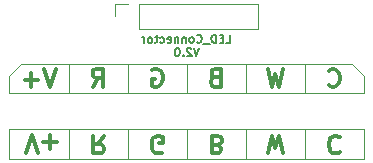
<source format=gbr>
%TF.GenerationSoftware,KiCad,Pcbnew,8.0.5*%
%TF.CreationDate,2024-11-11T23:16:50+01:00*%
%TF.ProjectId,ledConnector,6c656443-6f6e-46e6-9563-746f722e6b69,rev?*%
%TF.SameCoordinates,Original*%
%TF.FileFunction,Legend,Bot*%
%TF.FilePolarity,Positive*%
%FSLAX46Y46*%
G04 Gerber Fmt 4.6, Leading zero omitted, Abs format (unit mm)*
G04 Created by KiCad (PCBNEW 8.0.5) date 2024-11-11 23:16:50*
%MOMM*%
%LPD*%
G01*
G04 APERTURE LIST*
%ADD10C,0.100000*%
%ADD11C,0.300000*%
%ADD12C,0.150000*%
%ADD13C,0.120000*%
G04 APERTURE END LIST*
D10*
X138500000Y-113024000D02*
X138500000Y-110524000D01*
X134500000Y-105000000D02*
X162500000Y-105000000D01*
X133500000Y-110524000D02*
X133500000Y-113024000D01*
X148500000Y-105000000D02*
X148500000Y-107500000D01*
X143500000Y-105000000D02*
X143500000Y-107500000D01*
X143500000Y-113024000D02*
X143500000Y-110524000D01*
X138500000Y-105000000D02*
X138500000Y-107500000D01*
X163500000Y-107500000D02*
X163500000Y-106000000D01*
X148500000Y-113024000D02*
X148500000Y-110524000D01*
X163500000Y-113024000D02*
X133500000Y-113024000D01*
X133500000Y-107500000D02*
X133500000Y-106000000D01*
X133500000Y-106000000D02*
X134500000Y-105000000D01*
X158500000Y-105000000D02*
X158500000Y-107500000D01*
X153500000Y-105000000D02*
X153500000Y-107500000D01*
X162500000Y-105000000D02*
X163500000Y-106000000D01*
X133500000Y-107500000D02*
X163500000Y-107500000D01*
X158500000Y-113024000D02*
X158500000Y-110524000D01*
X153500000Y-113024000D02*
X153500000Y-110524000D01*
X163500000Y-110524000D02*
X133500000Y-110524000D01*
X163500000Y-110524000D02*
X163500000Y-113024000D01*
D11*
X160535714Y-106805471D02*
X160607142Y-106876900D01*
X160607142Y-106876900D02*
X160821428Y-106948328D01*
X160821428Y-106948328D02*
X160964285Y-106948328D01*
X160964285Y-106948328D02*
X161178571Y-106876900D01*
X161178571Y-106876900D02*
X161321428Y-106734042D01*
X161321428Y-106734042D02*
X161392857Y-106591185D01*
X161392857Y-106591185D02*
X161464285Y-106305471D01*
X161464285Y-106305471D02*
X161464285Y-106091185D01*
X161464285Y-106091185D02*
X161392857Y-105805471D01*
X161392857Y-105805471D02*
X161321428Y-105662614D01*
X161321428Y-105662614D02*
X161178571Y-105519757D01*
X161178571Y-105519757D02*
X160964285Y-105448328D01*
X160964285Y-105448328D02*
X160821428Y-105448328D01*
X160821428Y-105448328D02*
X160607142Y-105519757D01*
X160607142Y-105519757D02*
X160535714Y-105591185D01*
X151107142Y-111881385D02*
X151321428Y-111809957D01*
X151321428Y-111809957D02*
X151392857Y-111738528D01*
X151392857Y-111738528D02*
X151464285Y-111595671D01*
X151464285Y-111595671D02*
X151464285Y-111381385D01*
X151464285Y-111381385D02*
X151392857Y-111238528D01*
X151392857Y-111238528D02*
X151321428Y-111167100D01*
X151321428Y-111167100D02*
X151178571Y-111095671D01*
X151178571Y-111095671D02*
X150607142Y-111095671D01*
X150607142Y-111095671D02*
X150607142Y-112595671D01*
X150607142Y-112595671D02*
X151107142Y-112595671D01*
X151107142Y-112595671D02*
X151250000Y-112524242D01*
X151250000Y-112524242D02*
X151321428Y-112452814D01*
X151321428Y-112452814D02*
X151392857Y-112309957D01*
X151392857Y-112309957D02*
X151392857Y-112167100D01*
X151392857Y-112167100D02*
X151321428Y-112024242D01*
X151321428Y-112024242D02*
X151250000Y-111952814D01*
X151250000Y-111952814D02*
X151107142Y-111881385D01*
X151107142Y-111881385D02*
X150607142Y-111881385D01*
X150892857Y-106142614D02*
X150678571Y-106214042D01*
X150678571Y-106214042D02*
X150607142Y-106285471D01*
X150607142Y-106285471D02*
X150535714Y-106428328D01*
X150535714Y-106428328D02*
X150535714Y-106642614D01*
X150535714Y-106642614D02*
X150607142Y-106785471D01*
X150607142Y-106785471D02*
X150678571Y-106856900D01*
X150678571Y-106856900D02*
X150821428Y-106928328D01*
X150821428Y-106928328D02*
X151392857Y-106928328D01*
X151392857Y-106928328D02*
X151392857Y-105428328D01*
X151392857Y-105428328D02*
X150892857Y-105428328D01*
X150892857Y-105428328D02*
X150750000Y-105499757D01*
X150750000Y-105499757D02*
X150678571Y-105571185D01*
X150678571Y-105571185D02*
X150607142Y-105714042D01*
X150607142Y-105714042D02*
X150607142Y-105856900D01*
X150607142Y-105856900D02*
X150678571Y-105999757D01*
X150678571Y-105999757D02*
X150750000Y-106071185D01*
X150750000Y-106071185D02*
X150892857Y-106142614D01*
X150892857Y-106142614D02*
X151392857Y-106142614D01*
X155357142Y-112595671D02*
X155714285Y-111095671D01*
X155714285Y-111095671D02*
X155999999Y-112167100D01*
X155999999Y-112167100D02*
X156285714Y-111095671D01*
X156285714Y-111095671D02*
X156642857Y-112595671D01*
X145607142Y-105499757D02*
X145750000Y-105428328D01*
X145750000Y-105428328D02*
X145964285Y-105428328D01*
X145964285Y-105428328D02*
X146178571Y-105499757D01*
X146178571Y-105499757D02*
X146321428Y-105642614D01*
X146321428Y-105642614D02*
X146392857Y-105785471D01*
X146392857Y-105785471D02*
X146464285Y-106071185D01*
X146464285Y-106071185D02*
X146464285Y-106285471D01*
X146464285Y-106285471D02*
X146392857Y-106571185D01*
X146392857Y-106571185D02*
X146321428Y-106714042D01*
X146321428Y-106714042D02*
X146178571Y-106856900D01*
X146178571Y-106856900D02*
X145964285Y-106928328D01*
X145964285Y-106928328D02*
X145821428Y-106928328D01*
X145821428Y-106928328D02*
X145607142Y-106856900D01*
X145607142Y-106856900D02*
X145535714Y-106785471D01*
X145535714Y-106785471D02*
X145535714Y-106285471D01*
X145535714Y-106285471D02*
X145821428Y-106285471D01*
D12*
X151849999Y-103228553D02*
X152183332Y-103228553D01*
X152183332Y-103228553D02*
X152183332Y-102528553D01*
X151616665Y-102861886D02*
X151383332Y-102861886D01*
X151283332Y-103228553D02*
X151616665Y-103228553D01*
X151616665Y-103228553D02*
X151616665Y-102528553D01*
X151616665Y-102528553D02*
X151283332Y-102528553D01*
X150983332Y-103228553D02*
X150983332Y-102528553D01*
X150983332Y-102528553D02*
X150816665Y-102528553D01*
X150816665Y-102528553D02*
X150716665Y-102561886D01*
X150716665Y-102561886D02*
X150649999Y-102628553D01*
X150649999Y-102628553D02*
X150616665Y-102695220D01*
X150616665Y-102695220D02*
X150583332Y-102828553D01*
X150583332Y-102828553D02*
X150583332Y-102928553D01*
X150583332Y-102928553D02*
X150616665Y-103061886D01*
X150616665Y-103061886D02*
X150649999Y-103128553D01*
X150649999Y-103128553D02*
X150716665Y-103195220D01*
X150716665Y-103195220D02*
X150816665Y-103228553D01*
X150816665Y-103228553D02*
X150983332Y-103228553D01*
X150449999Y-103295220D02*
X149916665Y-103295220D01*
X149349999Y-103161886D02*
X149383332Y-103195220D01*
X149383332Y-103195220D02*
X149483332Y-103228553D01*
X149483332Y-103228553D02*
X149549999Y-103228553D01*
X149549999Y-103228553D02*
X149649999Y-103195220D01*
X149649999Y-103195220D02*
X149716666Y-103128553D01*
X149716666Y-103128553D02*
X149749999Y-103061886D01*
X149749999Y-103061886D02*
X149783332Y-102928553D01*
X149783332Y-102928553D02*
X149783332Y-102828553D01*
X149783332Y-102828553D02*
X149749999Y-102695220D01*
X149749999Y-102695220D02*
X149716666Y-102628553D01*
X149716666Y-102628553D02*
X149649999Y-102561886D01*
X149649999Y-102561886D02*
X149549999Y-102528553D01*
X149549999Y-102528553D02*
X149483332Y-102528553D01*
X149483332Y-102528553D02*
X149383332Y-102561886D01*
X149383332Y-102561886D02*
X149349999Y-102595220D01*
X148949999Y-103228553D02*
X149016666Y-103195220D01*
X149016666Y-103195220D02*
X149049999Y-103161886D01*
X149049999Y-103161886D02*
X149083332Y-103095220D01*
X149083332Y-103095220D02*
X149083332Y-102895220D01*
X149083332Y-102895220D02*
X149049999Y-102828553D01*
X149049999Y-102828553D02*
X149016666Y-102795220D01*
X149016666Y-102795220D02*
X148949999Y-102761886D01*
X148949999Y-102761886D02*
X148849999Y-102761886D01*
X148849999Y-102761886D02*
X148783332Y-102795220D01*
X148783332Y-102795220D02*
X148749999Y-102828553D01*
X148749999Y-102828553D02*
X148716666Y-102895220D01*
X148716666Y-102895220D02*
X148716666Y-103095220D01*
X148716666Y-103095220D02*
X148749999Y-103161886D01*
X148749999Y-103161886D02*
X148783332Y-103195220D01*
X148783332Y-103195220D02*
X148849999Y-103228553D01*
X148849999Y-103228553D02*
X148949999Y-103228553D01*
X148416666Y-102761886D02*
X148416666Y-103228553D01*
X148416666Y-102828553D02*
X148383333Y-102795220D01*
X148383333Y-102795220D02*
X148316666Y-102761886D01*
X148316666Y-102761886D02*
X148216666Y-102761886D01*
X148216666Y-102761886D02*
X148149999Y-102795220D01*
X148149999Y-102795220D02*
X148116666Y-102861886D01*
X148116666Y-102861886D02*
X148116666Y-103228553D01*
X147783333Y-102761886D02*
X147783333Y-103228553D01*
X147783333Y-102828553D02*
X147750000Y-102795220D01*
X147750000Y-102795220D02*
X147683333Y-102761886D01*
X147683333Y-102761886D02*
X147583333Y-102761886D01*
X147583333Y-102761886D02*
X147516666Y-102795220D01*
X147516666Y-102795220D02*
X147483333Y-102861886D01*
X147483333Y-102861886D02*
X147483333Y-103228553D01*
X146883333Y-103195220D02*
X146950000Y-103228553D01*
X146950000Y-103228553D02*
X147083333Y-103228553D01*
X147083333Y-103228553D02*
X147150000Y-103195220D01*
X147150000Y-103195220D02*
X147183333Y-103128553D01*
X147183333Y-103128553D02*
X147183333Y-102861886D01*
X147183333Y-102861886D02*
X147150000Y-102795220D01*
X147150000Y-102795220D02*
X147083333Y-102761886D01*
X147083333Y-102761886D02*
X146950000Y-102761886D01*
X146950000Y-102761886D02*
X146883333Y-102795220D01*
X146883333Y-102795220D02*
X146850000Y-102861886D01*
X146850000Y-102861886D02*
X146850000Y-102928553D01*
X146850000Y-102928553D02*
X147183333Y-102995220D01*
X146250000Y-103195220D02*
X146316667Y-103228553D01*
X146316667Y-103228553D02*
X146450000Y-103228553D01*
X146450000Y-103228553D02*
X146516667Y-103195220D01*
X146516667Y-103195220D02*
X146550000Y-103161886D01*
X146550000Y-103161886D02*
X146583333Y-103095220D01*
X146583333Y-103095220D02*
X146583333Y-102895220D01*
X146583333Y-102895220D02*
X146550000Y-102828553D01*
X146550000Y-102828553D02*
X146516667Y-102795220D01*
X146516667Y-102795220D02*
X146450000Y-102761886D01*
X146450000Y-102761886D02*
X146316667Y-102761886D01*
X146316667Y-102761886D02*
X146250000Y-102795220D01*
X146050000Y-102761886D02*
X145783333Y-102761886D01*
X145950000Y-102528553D02*
X145950000Y-103128553D01*
X145950000Y-103128553D02*
X145916667Y-103195220D01*
X145916667Y-103195220D02*
X145850000Y-103228553D01*
X145850000Y-103228553D02*
X145783333Y-103228553D01*
X145450000Y-103228553D02*
X145516667Y-103195220D01*
X145516667Y-103195220D02*
X145550000Y-103161886D01*
X145550000Y-103161886D02*
X145583333Y-103095220D01*
X145583333Y-103095220D02*
X145583333Y-102895220D01*
X145583333Y-102895220D02*
X145550000Y-102828553D01*
X145550000Y-102828553D02*
X145516667Y-102795220D01*
X145516667Y-102795220D02*
X145450000Y-102761886D01*
X145450000Y-102761886D02*
X145350000Y-102761886D01*
X145350000Y-102761886D02*
X145283333Y-102795220D01*
X145283333Y-102795220D02*
X145250000Y-102828553D01*
X145250000Y-102828553D02*
X145216667Y-102895220D01*
X145216667Y-102895220D02*
X145216667Y-103095220D01*
X145216667Y-103095220D02*
X145250000Y-103161886D01*
X145250000Y-103161886D02*
X145283333Y-103195220D01*
X145283333Y-103195220D02*
X145350000Y-103228553D01*
X145350000Y-103228553D02*
X145450000Y-103228553D01*
X144916667Y-103228553D02*
X144916667Y-102761886D01*
X144916667Y-102895220D02*
X144883334Y-102828553D01*
X144883334Y-102828553D02*
X144850000Y-102795220D01*
X144850000Y-102795220D02*
X144783334Y-102761886D01*
X144783334Y-102761886D02*
X144716667Y-102761886D01*
X149566666Y-103655514D02*
X149333333Y-104355514D01*
X149333333Y-104355514D02*
X149099999Y-103655514D01*
X148899999Y-103722181D02*
X148866666Y-103688847D01*
X148866666Y-103688847D02*
X148799999Y-103655514D01*
X148799999Y-103655514D02*
X148633333Y-103655514D01*
X148633333Y-103655514D02*
X148566666Y-103688847D01*
X148566666Y-103688847D02*
X148533333Y-103722181D01*
X148533333Y-103722181D02*
X148499999Y-103788847D01*
X148499999Y-103788847D02*
X148499999Y-103855514D01*
X148499999Y-103855514D02*
X148533333Y-103955514D01*
X148533333Y-103955514D02*
X148933333Y-104355514D01*
X148933333Y-104355514D02*
X148499999Y-104355514D01*
X148199999Y-104288847D02*
X148166666Y-104322181D01*
X148166666Y-104322181D02*
X148199999Y-104355514D01*
X148199999Y-104355514D02*
X148233332Y-104322181D01*
X148233332Y-104322181D02*
X148199999Y-104288847D01*
X148199999Y-104288847D02*
X148199999Y-104355514D01*
X147733333Y-103655514D02*
X147666666Y-103655514D01*
X147666666Y-103655514D02*
X147599999Y-103688847D01*
X147599999Y-103688847D02*
X147566666Y-103722181D01*
X147566666Y-103722181D02*
X147533333Y-103788847D01*
X147533333Y-103788847D02*
X147499999Y-103922181D01*
X147499999Y-103922181D02*
X147499999Y-104088847D01*
X147499999Y-104088847D02*
X147533333Y-104222181D01*
X147533333Y-104222181D02*
X147566666Y-104288847D01*
X147566666Y-104288847D02*
X147599999Y-104322181D01*
X147599999Y-104322181D02*
X147666666Y-104355514D01*
X147666666Y-104355514D02*
X147733333Y-104355514D01*
X147733333Y-104355514D02*
X147799999Y-104322181D01*
X147799999Y-104322181D02*
X147833333Y-104288847D01*
X147833333Y-104288847D02*
X147866666Y-104222181D01*
X147866666Y-104222181D02*
X147899999Y-104088847D01*
X147899999Y-104088847D02*
X147899999Y-103922181D01*
X147899999Y-103922181D02*
X147866666Y-103788847D01*
X147866666Y-103788847D02*
X147833333Y-103722181D01*
X147833333Y-103722181D02*
X147799999Y-103688847D01*
X147799999Y-103688847D02*
X147733333Y-103655514D01*
D11*
X146392857Y-112524242D02*
X146250000Y-112595671D01*
X146250000Y-112595671D02*
X146035714Y-112595671D01*
X146035714Y-112595671D02*
X145821428Y-112524242D01*
X145821428Y-112524242D02*
X145678571Y-112381385D01*
X145678571Y-112381385D02*
X145607142Y-112238528D01*
X145607142Y-112238528D02*
X145535714Y-111952814D01*
X145535714Y-111952814D02*
X145535714Y-111738528D01*
X145535714Y-111738528D02*
X145607142Y-111452814D01*
X145607142Y-111452814D02*
X145678571Y-111309957D01*
X145678571Y-111309957D02*
X145821428Y-111167100D01*
X145821428Y-111167100D02*
X146035714Y-111095671D01*
X146035714Y-111095671D02*
X146178571Y-111095671D01*
X146178571Y-111095671D02*
X146392857Y-111167100D01*
X146392857Y-111167100D02*
X146464285Y-111238528D01*
X146464285Y-111238528D02*
X146464285Y-111738528D01*
X146464285Y-111738528D02*
X146178571Y-111738528D01*
X137428570Y-105428328D02*
X136928570Y-106928328D01*
X136928570Y-106928328D02*
X136428570Y-105428328D01*
X135928571Y-106356900D02*
X134785714Y-106356900D01*
X135357142Y-106928328D02*
X135357142Y-105785471D01*
X161464285Y-111238528D02*
X161392857Y-111167100D01*
X161392857Y-111167100D02*
X161178571Y-111095671D01*
X161178571Y-111095671D02*
X161035714Y-111095671D01*
X161035714Y-111095671D02*
X160821428Y-111167100D01*
X160821428Y-111167100D02*
X160678571Y-111309957D01*
X160678571Y-111309957D02*
X160607142Y-111452814D01*
X160607142Y-111452814D02*
X160535714Y-111738528D01*
X160535714Y-111738528D02*
X160535714Y-111952814D01*
X160535714Y-111952814D02*
X160607142Y-112238528D01*
X160607142Y-112238528D02*
X160678571Y-112381385D01*
X160678571Y-112381385D02*
X160821428Y-112524242D01*
X160821428Y-112524242D02*
X161035714Y-112595671D01*
X161035714Y-112595671D02*
X161178571Y-112595671D01*
X161178571Y-112595671D02*
X161392857Y-112524242D01*
X161392857Y-112524242D02*
X161464285Y-112452814D01*
X140535714Y-106928328D02*
X141035714Y-106214042D01*
X141392857Y-106928328D02*
X141392857Y-105428328D01*
X141392857Y-105428328D02*
X140821428Y-105428328D01*
X140821428Y-105428328D02*
X140678571Y-105499757D01*
X140678571Y-105499757D02*
X140607142Y-105571185D01*
X140607142Y-105571185D02*
X140535714Y-105714042D01*
X140535714Y-105714042D02*
X140535714Y-105928328D01*
X140535714Y-105928328D02*
X140607142Y-106071185D01*
X140607142Y-106071185D02*
X140678571Y-106142614D01*
X140678571Y-106142614D02*
X140821428Y-106214042D01*
X140821428Y-106214042D02*
X141392857Y-106214042D01*
X134879429Y-112575671D02*
X135379429Y-111075671D01*
X135379429Y-111075671D02*
X135879429Y-112575671D01*
X136379428Y-111647100D02*
X137522286Y-111647100D01*
X136950857Y-111075671D02*
X136950857Y-112218528D01*
X141464285Y-111095671D02*
X140964285Y-111809957D01*
X140607142Y-111095671D02*
X140607142Y-112595671D01*
X140607142Y-112595671D02*
X141178571Y-112595671D01*
X141178571Y-112595671D02*
X141321428Y-112524242D01*
X141321428Y-112524242D02*
X141392857Y-112452814D01*
X141392857Y-112452814D02*
X141464285Y-112309957D01*
X141464285Y-112309957D02*
X141464285Y-112095671D01*
X141464285Y-112095671D02*
X141392857Y-111952814D01*
X141392857Y-111952814D02*
X141321428Y-111881385D01*
X141321428Y-111881385D02*
X141178571Y-111809957D01*
X141178571Y-111809957D02*
X140607142Y-111809957D01*
X156642857Y-105428328D02*
X156285714Y-106928328D01*
X156285714Y-106928328D02*
X156000000Y-105856900D01*
X156000000Y-105856900D02*
X155714285Y-106928328D01*
X155714285Y-106928328D02*
X155357143Y-105428328D01*
D13*
%TO.C,J1*%
X142440000Y-99940000D02*
X143500000Y-99940000D01*
X142440000Y-101000000D02*
X142440000Y-99940000D01*
X144500000Y-102060000D02*
X144500000Y-99940000D01*
X154560000Y-99940000D02*
X144500000Y-99940000D01*
X154560000Y-102060000D02*
X144500000Y-102060000D01*
X154560000Y-102060000D02*
X154560000Y-99940000D01*
%TD*%
M02*

</source>
